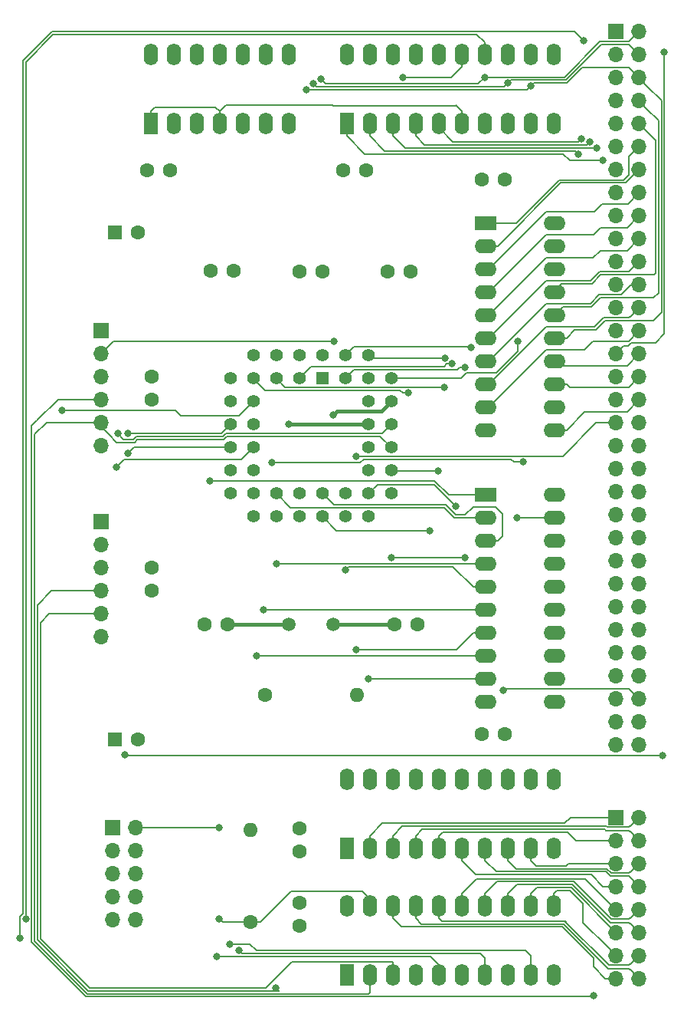
<source format=gbr>
G04 #@! TF.GenerationSoftware,KiCad,Pcbnew,(5.1.5-0-10_14)*
G04 #@! TF.CreationDate,2021-03-01T23:13:27+00:00*
G04 #@! TF.ProjectId,mc68681-basic,6d633638-3638-4312-9d62-617369632e6b,rev?*
G04 #@! TF.SameCoordinates,Original*
G04 #@! TF.FileFunction,Copper,L4,Bot*
G04 #@! TF.FilePolarity,Positive*
%FSLAX46Y46*%
G04 Gerber Fmt 4.6, Leading zero omitted, Abs format (unit mm)*
G04 Created by KiCad (PCBNEW (5.1.5-0-10_14)) date 2021-03-01 23:13:27*
%MOMM*%
%LPD*%
G04 APERTURE LIST*
%ADD10O,1.600000X2.400000*%
%ADD11R,1.600000X2.400000*%
%ADD12C,1.500000*%
%ADD13O,1.700000X1.700000*%
%ADD14R,1.700000X1.700000*%
%ADD15O,1.600000X1.600000*%
%ADD16C,1.600000*%
%ADD17C,1.422400*%
%ADD18R,1.422400X1.422400*%
%ADD19C,1.600200*%
%ADD20O,2.400000X1.600000*%
%ADD21R,2.400000X1.600000*%
%ADD22R,1.600000X1.600000*%
%ADD23C,0.800000*%
%ADD24C,0.400000*%
%ADD25C,0.150000*%
G04 APERTURE END LIST*
D10*
X88700000Y-51430000D03*
X111560000Y-59050000D03*
X91240000Y-51430000D03*
X109020000Y-59050000D03*
X93780000Y-51430000D03*
X106480000Y-59050000D03*
X96320000Y-51430000D03*
X103940000Y-59050000D03*
X98860000Y-51430000D03*
X101400000Y-59050000D03*
X101400000Y-51430000D03*
X98860000Y-59050000D03*
X103940000Y-51430000D03*
X96320000Y-59050000D03*
X106480000Y-51430000D03*
X93780000Y-59050000D03*
X109020000Y-51430000D03*
X91240000Y-59050000D03*
X111560000Y-51430000D03*
D11*
X88700000Y-59050000D03*
D12*
X87150000Y-114340000D03*
X82270000Y-114340000D03*
D13*
X65360000Y-146890000D03*
X62820000Y-146890000D03*
X65360000Y-144350000D03*
X62820000Y-144350000D03*
X65360000Y-141810000D03*
X62820000Y-141810000D03*
X65360000Y-139270000D03*
X62820000Y-139270000D03*
X65360000Y-136730000D03*
D14*
X62820000Y-136730000D03*
D15*
X89800000Y-122120000D03*
D16*
X79640000Y-122120000D03*
D17*
X93610000Y-87156350D03*
X93610000Y-89696350D03*
X93610000Y-92236350D03*
X93610000Y-94776350D03*
X93610000Y-97316350D03*
X91070000Y-84616350D03*
X91070000Y-89696350D03*
X91070000Y-92236350D03*
X91070000Y-94776350D03*
X91070000Y-97316350D03*
X91070000Y-99856350D03*
X91070000Y-102396350D03*
X88530000Y-102396350D03*
X85990000Y-102396350D03*
X83450000Y-102396350D03*
X80910000Y-102396350D03*
X78370000Y-102396350D03*
X93610000Y-99856350D03*
X88530000Y-99856350D03*
X85990000Y-99856350D03*
X83450000Y-99856350D03*
X80910000Y-99856350D03*
X78370000Y-99856350D03*
X75830000Y-99856350D03*
X75830000Y-97316350D03*
X75830000Y-94776350D03*
X75830000Y-92236350D03*
X75830000Y-89696350D03*
X75830000Y-87156350D03*
X78370000Y-97316350D03*
X78370000Y-94776350D03*
X78370000Y-92236350D03*
X78370000Y-89696350D03*
X78370000Y-87156350D03*
X88530000Y-84616350D03*
X85990000Y-84616350D03*
X78370000Y-84616350D03*
X80910000Y-84616350D03*
X83450000Y-84616350D03*
X91070000Y-87156350D03*
X88530000Y-87156350D03*
X80910000Y-87156350D03*
X83450000Y-87156350D03*
D18*
X85990000Y-87156350D03*
D10*
X88700000Y-131380000D03*
X111560000Y-139000000D03*
X91240000Y-131380000D03*
X109020000Y-139000000D03*
X93780000Y-131380000D03*
X106480000Y-139000000D03*
X96320000Y-131380000D03*
X103940000Y-139000000D03*
X98860000Y-131380000D03*
X101400000Y-139000000D03*
X101400000Y-131380000D03*
X98860000Y-139000000D03*
X103940000Y-131380000D03*
X96320000Y-139000000D03*
X106480000Y-131380000D03*
X93780000Y-139000000D03*
X109020000Y-131380000D03*
X91240000Y-139000000D03*
X111560000Y-131380000D03*
D11*
X88700000Y-139000000D03*
D19*
X93235800Y-75355000D03*
X95775800Y-75355000D03*
X67100000Y-108080000D03*
X67100000Y-110620000D03*
X83450000Y-75355000D03*
X85990000Y-75355000D03*
X103644200Y-126450000D03*
X106184200Y-126450000D03*
X83500000Y-145044200D03*
X83500000Y-147584200D03*
X83500000Y-136815800D03*
X83500000Y-139355800D03*
X67100000Y-86920000D03*
X67100000Y-89460000D03*
X73664200Y-75280000D03*
X76204200Y-75280000D03*
X93920000Y-114340000D03*
X96460000Y-114340000D03*
X106184200Y-65175000D03*
X103644200Y-65175000D03*
X72980000Y-114340000D03*
X75520000Y-114340000D03*
X66594200Y-64200000D03*
X69134200Y-64200000D03*
X88294200Y-64200000D03*
X90834200Y-64200000D03*
D15*
X78025000Y-137015000D03*
D16*
X78025000Y-147175000D03*
D13*
X61550000Y-115700000D03*
X61550000Y-113160000D03*
X61550000Y-110620000D03*
X61550000Y-108080000D03*
X61550000Y-105540000D03*
D14*
X61550000Y-103000000D03*
D13*
X61550000Y-94540000D03*
X61550000Y-92000000D03*
X61550000Y-89460000D03*
X61550000Y-86920000D03*
X61550000Y-84380000D03*
D14*
X61550000Y-81840000D03*
D13*
X121000000Y-153380000D03*
X118460000Y-153380000D03*
X121000000Y-150840000D03*
X118460000Y-150840000D03*
X121000000Y-148300000D03*
X118460000Y-148300000D03*
X121000000Y-145760000D03*
X118460000Y-145760000D03*
X121000000Y-143220000D03*
X118460000Y-143220000D03*
X121000000Y-140680000D03*
X118460000Y-140680000D03*
X121000000Y-138140000D03*
X118460000Y-138140000D03*
X121000000Y-135600000D03*
D14*
X118460000Y-135600000D03*
D13*
X121000000Y-127640000D03*
X118460000Y-127640000D03*
X121000000Y-125100000D03*
X118460000Y-125100000D03*
X121000000Y-122560000D03*
X118460000Y-122560000D03*
X121000000Y-120020000D03*
X118460000Y-120020000D03*
X121000000Y-117480000D03*
X118460000Y-117480000D03*
X121000000Y-114940000D03*
X118460000Y-114940000D03*
X121000000Y-112400000D03*
X118460000Y-112400000D03*
X121000000Y-109860000D03*
X118460000Y-109860000D03*
X121000000Y-107320000D03*
X118460000Y-107320000D03*
X121000000Y-104780000D03*
X118460000Y-104780000D03*
X121000000Y-102240000D03*
X118460000Y-102240000D03*
X121000000Y-99700000D03*
X118460000Y-99700000D03*
X121000000Y-97160000D03*
X118460000Y-97160000D03*
X121000000Y-94620000D03*
X118460000Y-94620000D03*
X121000000Y-92080000D03*
X118460000Y-92080000D03*
X121000000Y-89540000D03*
X118460000Y-89540000D03*
X121000000Y-87000000D03*
X118460000Y-87000000D03*
X121000000Y-84460000D03*
X118460000Y-84460000D03*
X121000000Y-81920000D03*
X118460000Y-81920000D03*
X121000000Y-79380000D03*
X118460000Y-79380000D03*
X121000000Y-76840000D03*
X118460000Y-76840000D03*
X121000000Y-74300000D03*
X118460000Y-74300000D03*
X121000000Y-71760000D03*
X118460000Y-71760000D03*
X121000000Y-69220000D03*
X118460000Y-69220000D03*
X121000000Y-66680000D03*
X118460000Y-66680000D03*
X121000000Y-64140000D03*
X118460000Y-64140000D03*
X121000000Y-61600000D03*
X118460000Y-61600000D03*
X121000000Y-59060000D03*
X118460000Y-59060000D03*
X121000000Y-56520000D03*
X118460000Y-56520000D03*
X121000000Y-53980000D03*
X118460000Y-53980000D03*
X121000000Y-51440000D03*
X118460000Y-51440000D03*
X121000000Y-48900000D03*
D14*
X118460000Y-48900000D03*
D20*
X111620000Y-70000000D03*
X104000000Y-92860000D03*
X111620000Y-72540000D03*
X104000000Y-90320000D03*
X111620000Y-75080000D03*
X104000000Y-87780000D03*
X111620000Y-77620000D03*
X104000000Y-85240000D03*
X111620000Y-80160000D03*
X104000000Y-82700000D03*
X111620000Y-82700000D03*
X104000000Y-80160000D03*
X111620000Y-85240000D03*
X104000000Y-77620000D03*
X111620000Y-87780000D03*
X104000000Y-75080000D03*
X111620000Y-90320000D03*
X104000000Y-72540000D03*
X111620000Y-92860000D03*
D21*
X104000000Y-70000000D03*
D10*
X67000000Y-51430000D03*
X82240000Y-59050000D03*
X69540000Y-51430000D03*
X79700000Y-59050000D03*
X72080000Y-51430000D03*
X77160000Y-59050000D03*
X74620000Y-51430000D03*
X74620000Y-59050000D03*
X77160000Y-51430000D03*
X72080000Y-59050000D03*
X79700000Y-51430000D03*
X69540000Y-59050000D03*
X82240000Y-51430000D03*
D11*
X67000000Y-59050000D03*
D10*
X88700000Y-145380000D03*
X111560000Y-153000000D03*
X91240000Y-145380000D03*
X109020000Y-153000000D03*
X93780000Y-145380000D03*
X106480000Y-153000000D03*
X96320000Y-145380000D03*
X103940000Y-153000000D03*
X98860000Y-145380000D03*
X101400000Y-153000000D03*
X101400000Y-145380000D03*
X98860000Y-153000000D03*
X103940000Y-145380000D03*
X96320000Y-153000000D03*
X106480000Y-145380000D03*
X93780000Y-153000000D03*
X109020000Y-145380000D03*
X91240000Y-153000000D03*
X111560000Y-145380000D03*
D11*
X88700000Y-153000000D03*
D20*
X111620000Y-100000000D03*
X104000000Y-122860000D03*
X111620000Y-102540000D03*
X104000000Y-120320000D03*
X111620000Y-105080000D03*
X104000000Y-117780000D03*
X111620000Y-107620000D03*
X104000000Y-115240000D03*
X111620000Y-110160000D03*
X104000000Y-112700000D03*
X111620000Y-112700000D03*
X104000000Y-110160000D03*
X111620000Y-115240000D03*
X104000000Y-107620000D03*
X111620000Y-117780000D03*
X104000000Y-105080000D03*
X111620000Y-120320000D03*
X104000000Y-102540000D03*
X111620000Y-122860000D03*
D21*
X104000000Y-100000000D03*
D16*
X65592621Y-127000000D03*
D22*
X63092621Y-127000000D03*
D16*
X65592621Y-71000000D03*
D22*
X63092621Y-71000000D03*
D23*
X87170000Y-91190000D03*
X101738436Y-85905872D03*
X102410000Y-83730000D03*
X80910000Y-107620000D03*
X79470000Y-112690000D03*
X99554903Y-84926493D03*
X78750000Y-117790000D03*
X107572298Y-83022298D03*
X107550000Y-102500000D03*
X75790000Y-149590000D03*
X89700000Y-95740000D03*
X76790000Y-150325000D03*
X74290000Y-150980000D03*
X63199999Y-96970000D03*
X115975000Y-155325000D03*
X63370000Y-93250000D03*
X64500000Y-95450000D03*
X64525000Y-93225000D03*
X80875000Y-154424990D03*
X87240000Y-83040000D03*
X57210000Y-90710000D03*
X98810000Y-97340000D03*
X106000000Y-121575000D03*
X73530000Y-98460000D03*
X100747937Y-101267937D03*
X95470000Y-88767551D03*
X101750030Y-106970000D03*
X93630000Y-106970000D03*
X108222298Y-96387551D03*
X80430000Y-96460000D03*
X91080000Y-120330000D03*
X109020000Y-54875010D03*
X84190000Y-55270000D03*
X89740000Y-117070000D03*
X99460000Y-88120000D03*
X88540000Y-108270000D03*
X106480000Y-54550000D03*
X85006047Y-54625009D03*
X100320000Y-85545149D03*
X97820000Y-103960000D03*
X103930000Y-53900000D03*
X85844796Y-54127889D03*
X74584301Y-146790000D03*
X74570000Y-136730000D03*
X123800000Y-51125000D03*
X114583376Y-60700010D03*
X52560000Y-148910000D03*
X114850000Y-49890000D03*
X115536612Y-61050020D03*
X116300000Y-61725000D03*
X114275000Y-62375020D03*
X116950000Y-63125000D03*
X123600000Y-128750000D03*
X64170000Y-128730000D03*
X94920000Y-53974989D03*
X53200000Y-146860000D03*
X82310000Y-92230000D03*
D24*
X87150000Y-114340000D02*
X93920000Y-114340000D01*
X92516349Y-90790001D02*
X92898801Y-90407549D01*
X92898801Y-90407549D02*
X93610000Y-89696350D01*
X87569999Y-90790001D02*
X92516349Y-90790001D01*
X87170000Y-91190000D02*
X87569999Y-90790001D01*
D25*
X89491201Y-86195149D02*
X88530000Y-87156350D01*
X100883474Y-86195149D02*
X89491201Y-86195149D01*
X101172751Y-85905872D02*
X100883474Y-86195149D01*
X101738436Y-85905872D02*
X101172751Y-85905872D01*
X82488799Y-101435149D02*
X80910000Y-99856350D01*
X99464782Y-101435149D02*
X82488799Y-101435149D01*
X100569632Y-102540000D02*
X99464782Y-101435149D01*
X104000000Y-102540000D02*
X100569632Y-102540000D01*
X102335149Y-83655149D02*
X102410000Y-83730000D01*
X89491201Y-83655149D02*
X102335149Y-83655149D01*
X88530000Y-84616350D02*
X89491201Y-83655149D01*
X104000000Y-107620000D02*
X89295000Y-107620000D01*
X89295000Y-107620000D02*
X80910000Y-107620000D01*
X79480000Y-112700000D02*
X79470000Y-112690000D01*
X104000000Y-112700000D02*
X79480000Y-112700000D01*
X91073650Y-84620000D02*
X91070000Y-84616350D01*
X91380143Y-84926493D02*
X91070000Y-84616350D01*
X99554903Y-84926493D02*
X91380143Y-84926493D01*
X78760000Y-117780000D02*
X78750000Y-117790000D01*
X104000000Y-117780000D02*
X78760000Y-117780000D01*
X111580000Y-102500000D02*
X111620000Y-102540000D01*
X107550000Y-102500000D02*
X111580000Y-102500000D01*
X105190368Y-86530000D02*
X101920000Y-86530000D01*
X101920000Y-86530000D02*
X101293650Y-87156350D01*
X107572298Y-84148070D02*
X105190368Y-86530000D01*
X101293650Y-87156350D02*
X93610000Y-87156350D01*
X107572298Y-83022298D02*
X107572298Y-84148070D01*
X109020000Y-150895000D02*
X109020000Y-153600000D01*
X108449980Y-150324980D02*
X109020000Y-150895000D01*
X78724980Y-150324980D02*
X108449980Y-150324980D01*
X77990000Y-149590000D02*
X78724980Y-150324980D01*
X75790000Y-149590000D02*
X77990000Y-149590000D01*
X116344998Y-92080000D02*
X118460000Y-92080000D01*
X116344998Y-92080000D02*
X116210000Y-92080000D01*
X112552449Y-95737551D02*
X90472449Y-95737551D01*
X116210000Y-92080000D02*
X112552449Y-95737551D01*
X90470000Y-95740000D02*
X89700000Y-95740000D01*
X90472449Y-95737551D02*
X90470000Y-95740000D01*
X103424990Y-150649990D02*
X103940000Y-151165000D01*
X103940000Y-151165000D02*
X103940000Y-153600000D01*
X77525000Y-150649990D02*
X103424990Y-150649990D01*
X77114990Y-150649990D02*
X76790000Y-150325000D01*
X77525000Y-150649990D02*
X77114990Y-150649990D01*
X75850000Y-150975000D02*
X97975000Y-150975000D01*
X98860000Y-151860000D02*
X98860000Y-153600000D01*
X97975000Y-150975000D02*
X98860000Y-151860000D01*
X75845000Y-150980000D02*
X74290000Y-150980000D01*
X75850000Y-150975000D02*
X75845000Y-150980000D01*
X64069998Y-96100001D02*
X63199999Y-96970000D01*
X77046349Y-96100001D02*
X64069998Y-96100001D01*
X78370000Y-94776350D02*
X77046349Y-96100001D01*
X61550000Y-89460000D02*
X56790000Y-89460000D01*
X56790000Y-89460000D02*
X54450000Y-91800000D01*
X54450000Y-91800000D02*
X53850000Y-92400000D01*
X53850000Y-92400000D02*
X53850000Y-104975000D01*
X53850000Y-104975000D02*
X53850000Y-142075000D01*
X53850000Y-149394870D02*
X59855130Y-155400000D01*
X53850000Y-142075000D02*
X53850000Y-149394870D01*
X115900000Y-155400000D02*
X115975000Y-155325000D01*
X59855130Y-155400000D02*
X115900000Y-155400000D01*
X93610000Y-92236350D02*
X92646350Y-93200000D01*
X75325982Y-93200000D02*
X74975973Y-93550010D01*
X92646350Y-93200000D02*
X75325982Y-93200000D01*
X74975973Y-93550010D02*
X67700000Y-93550010D01*
X67700000Y-93550010D02*
X65419990Y-93550010D01*
X65094999Y-93875001D02*
X63995001Y-93875001D01*
X63995001Y-93875001D02*
X63370000Y-93250000D01*
X65419990Y-93550010D02*
X65094999Y-93875001D01*
X93780000Y-151650000D02*
X93780000Y-153000000D01*
X93679990Y-151549990D02*
X93780000Y-151650000D01*
X82625010Y-151549990D02*
X93679990Y-151549990D01*
X79750030Y-154424970D02*
X82625010Y-151549990D01*
X54825030Y-114149970D02*
X54825030Y-148991004D01*
X60258996Y-154424970D02*
X79750030Y-154424970D01*
X54825030Y-148991004D02*
X60258996Y-154424970D01*
X55815000Y-113160000D02*
X54825030Y-114149970D01*
X61550000Y-113160000D02*
X55815000Y-113160000D01*
X65173650Y-94776350D02*
X64500000Y-95450000D01*
X75830000Y-94776350D02*
X65173650Y-94776350D01*
X55525000Y-92000000D02*
X54175010Y-93349990D01*
X59989752Y-155074990D02*
X91115010Y-155074990D01*
X54175010Y-149260248D02*
X59989752Y-155074990D01*
X91115010Y-155074990D02*
X91240000Y-154950000D01*
X54175010Y-93349990D02*
X54175010Y-149260248D01*
X91240000Y-154950000D02*
X91240000Y-153600000D01*
X61550000Y-92000000D02*
X55525000Y-92000000D01*
X93610000Y-94776350D02*
X92358660Y-93525010D01*
X75460606Y-93525010D02*
X75110596Y-93875020D01*
X92358660Y-93525010D02*
X75460606Y-93525010D01*
X65554612Y-93875020D02*
X65229622Y-94200011D01*
X65229622Y-94200011D02*
X63270011Y-94200011D01*
X75110596Y-93875020D02*
X65554612Y-93875020D01*
X63270011Y-94200011D02*
X62399999Y-93329999D01*
X61550000Y-92480000D02*
X61550000Y-92000000D01*
X62399999Y-93329999D02*
X61550000Y-92480000D01*
X61550000Y-110620000D02*
X56055000Y-110620000D01*
X56055000Y-110620000D02*
X54500020Y-112174980D01*
X54500020Y-140224980D02*
X54500020Y-149125626D01*
X54500020Y-112174980D02*
X54500020Y-140224980D01*
X54500020Y-140224980D02*
X54500020Y-140350020D01*
X54500020Y-149125626D02*
X60124374Y-154749980D01*
X81199990Y-154749980D02*
X80875000Y-154424990D01*
X60124374Y-154749980D02*
X81199990Y-154749980D01*
X74841350Y-93225000D02*
X75830000Y-92236350D01*
X64525000Y-93225000D02*
X74841350Y-93225000D01*
X62890000Y-83040000D02*
X87240000Y-83040000D01*
X61550000Y-84380000D02*
X62890000Y-83040000D01*
X78370000Y-89696350D02*
X76791201Y-91275149D01*
X76791201Y-91275149D02*
X70334851Y-91275149D01*
X70334851Y-91275149D02*
X69749702Y-90690000D01*
X57230000Y-90690000D02*
X57210000Y-90710000D01*
X69749702Y-90690000D02*
X57230000Y-90690000D01*
X93633650Y-97340000D02*
X93610000Y-97316350D01*
X98810000Y-97340000D02*
X93633650Y-97340000D01*
X106115001Y-121459999D02*
X106000000Y-121575000D01*
X119899999Y-121459999D02*
X106115001Y-121459999D01*
X121000000Y-122560000D02*
X119899999Y-121459999D01*
X104000000Y-100000000D02*
X99939632Y-100000000D01*
X98399633Y-98460000D02*
X73530000Y-98460000D01*
X99939632Y-100000000D02*
X98399633Y-98460000D01*
X100747937Y-101267937D02*
X98340000Y-98860000D01*
X92066350Y-98860000D02*
X91070000Y-99856350D01*
X98340000Y-98860000D02*
X92066350Y-98860000D01*
X94904315Y-88767551D02*
X94579325Y-88442561D01*
X79081199Y-87867549D02*
X78370000Y-87156350D01*
X79656211Y-88442561D02*
X79081199Y-87867549D01*
X94579325Y-88442561D02*
X79656211Y-88442561D01*
X95470000Y-88767551D02*
X94904315Y-88767551D01*
X101750030Y-106970000D02*
X93630000Y-106970000D01*
X111690000Y-80160000D02*
X111620000Y-80160000D01*
X115734623Y-79250010D02*
X112599990Y-79250010D01*
X112599990Y-79250010D02*
X111690000Y-80160000D01*
X116719621Y-78265011D02*
X115734623Y-79250010D01*
X122609989Y-78265011D02*
X116719621Y-78265011D01*
X121849999Y-57369999D02*
X121000000Y-56520000D01*
X123150010Y-58670010D02*
X121849999Y-57369999D01*
X123150010Y-77724990D02*
X123150010Y-58670010D01*
X122609989Y-78265011D02*
X123150010Y-77724990D01*
X108222298Y-96387551D02*
X107184990Y-96387551D01*
X90607072Y-96062561D02*
X90189633Y-96480000D01*
X106860000Y-96062561D02*
X90607072Y-96062561D01*
X90189633Y-96480000D02*
X80520000Y-96480000D01*
X80500000Y-96460000D02*
X80430000Y-96460000D01*
X80520000Y-96480000D02*
X80500000Y-96460000D01*
X107184990Y-96387551D02*
X106860000Y-96062561D01*
X104000000Y-120320000D02*
X102650000Y-120320000D01*
X91090000Y-120320000D02*
X91080000Y-120330000D01*
X104000000Y-120320000D02*
X91090000Y-120320000D01*
X112970000Y-82700000D02*
X113869990Y-81800010D01*
X111620000Y-82700000D02*
X112970000Y-82700000D01*
X117229622Y-80805011D02*
X122544989Y-80805011D01*
X116234623Y-81800010D02*
X117229622Y-80805011D01*
X113869990Y-81800010D02*
X116234623Y-81800010D01*
X121849999Y-54829999D02*
X121000000Y-53980000D01*
X123475020Y-56455020D02*
X121849999Y-54829999D01*
X123475020Y-79874980D02*
X123475020Y-56455020D01*
X122544989Y-80805011D02*
X123475020Y-79874980D01*
X119899999Y-52879999D02*
X114714267Y-52879999D01*
X121000000Y-53980000D02*
X119899999Y-52879999D01*
X112830018Y-54550018D02*
X112830010Y-54550010D01*
X113044248Y-54550018D02*
X112830018Y-54550018D01*
X114714267Y-52879999D02*
X113044248Y-54550018D01*
X112830010Y-54550010D02*
X112169990Y-54550010D01*
X109345000Y-54550010D02*
X109020000Y-54875010D01*
X112169990Y-54550010D02*
X109345000Y-54550010D01*
X108620001Y-55275009D02*
X84195009Y-55275009D01*
X84195009Y-55275009D02*
X84190000Y-55270000D01*
X109020000Y-54875010D02*
X108620001Y-55275009D01*
X100820000Y-117070000D02*
X89740000Y-117070000D01*
X102650000Y-115240000D02*
X100820000Y-117070000D01*
X104000000Y-115240000D02*
X102650000Y-115240000D01*
X80910000Y-87156350D02*
X81871201Y-88117551D01*
X81871201Y-88117551D02*
X95972449Y-88117551D01*
X95974898Y-88120000D02*
X95972449Y-88117551D01*
X99460000Y-88120000D02*
X95974898Y-88120000D01*
X102650000Y-110160000D02*
X100435010Y-107945010D01*
X104000000Y-110160000D02*
X102650000Y-110160000D01*
X100435010Y-107945010D02*
X89974990Y-107945010D01*
X88864990Y-107945010D02*
X88540000Y-108270000D01*
X89974990Y-107945010D02*
X88864990Y-107945010D01*
X112909634Y-54225000D02*
X116809623Y-50325011D01*
X111284623Y-54225010D02*
X111284633Y-54225000D01*
X111284633Y-54225000D02*
X112909634Y-54225000D01*
X119885011Y-50325011D02*
X121000000Y-51440000D01*
X116809623Y-50325011D02*
X119885011Y-50325011D01*
X111284623Y-54225010D02*
X109954990Y-54225010D01*
X106804990Y-54225010D02*
X106480000Y-54550000D01*
X109954990Y-54225010D02*
X106804990Y-54225010D01*
X106480000Y-54550000D02*
X106080001Y-54949999D01*
X85331037Y-54949999D02*
X85006047Y-54625009D01*
X106080001Y-54949999D02*
X85331037Y-54949999D01*
X105350000Y-105080000D02*
X105890000Y-104540000D01*
X104000000Y-105080000D02*
X105350000Y-105080000D01*
X105890000Y-104540000D02*
X105890000Y-102080000D01*
X105890000Y-102080000D02*
X105130000Y-101320000D01*
X105130000Y-101320000D02*
X102670000Y-101320000D01*
X102670000Y-101320000D02*
X101775010Y-102214990D01*
X100704254Y-102214990D02*
X99599405Y-101110139D01*
X101775010Y-102214990D02*
X100704254Y-102214990D01*
X87243789Y-101110139D02*
X85990000Y-99856350D01*
X99599405Y-101110139D02*
X87243789Y-101110139D01*
X99429325Y-85870139D02*
X84736211Y-85870139D01*
X84736211Y-85870139D02*
X83450000Y-87156350D01*
X99754315Y-85545149D02*
X99429325Y-85870139D01*
X100320000Y-85545149D02*
X99754315Y-85545149D01*
X101400000Y-57700000D02*
X100725000Y-57025000D01*
X101400000Y-59050000D02*
X101400000Y-57700000D01*
X74620000Y-57700000D02*
X74620000Y-59050000D01*
X75295000Y-57025000D02*
X74620000Y-57700000D01*
X74620000Y-57700000D02*
X74145000Y-57225000D01*
X67000000Y-57700000D02*
X67000000Y-59050000D01*
X67475000Y-57225000D02*
X67000000Y-57700000D01*
X74145000Y-57225000D02*
X67475000Y-57225000D01*
X100720000Y-57030000D02*
X100725000Y-57025000D01*
X87230000Y-57030000D02*
X100720000Y-57030000D01*
X87225000Y-57025000D02*
X87230000Y-57030000D01*
X75295000Y-57025000D02*
X87225000Y-57025000D01*
X87553650Y-103960000D02*
X97820000Y-103960000D01*
X85990000Y-102396350D02*
X87553650Y-103960000D01*
X112775002Y-53900000D02*
X107740000Y-53900000D01*
X119899999Y-50000001D02*
X116675001Y-50000001D01*
X116675001Y-50000001D02*
X112775002Y-53900000D01*
X121000000Y-48900000D02*
X119899999Y-50000001D01*
X107740000Y-53900000D02*
X103930000Y-53900000D01*
X103930000Y-53900000D02*
X103205011Y-54624989D01*
X103205011Y-54624989D02*
X100610000Y-54624989D01*
X86341896Y-54624989D02*
X85844796Y-54127889D01*
X100610000Y-54624989D02*
X86341896Y-54624989D01*
X91240000Y-144630000D02*
X91240000Y-145980000D01*
X90385000Y-143775000D02*
X91240000Y-144630000D01*
X75200000Y-147175000D02*
X78025000Y-147175000D01*
X82556370Y-143775000D02*
X90385000Y-143775000D01*
X79156370Y-147175000D02*
X82556370Y-143775000D01*
X78025000Y-147175000D02*
X79156370Y-147175000D01*
X74969301Y-147175000D02*
X74584301Y-146790000D01*
X75200000Y-147175000D02*
X74969301Y-147175000D01*
X74004315Y-136730000D02*
X65360000Y-136730000D01*
X74570000Y-136730000D02*
X74004315Y-136730000D01*
X93780000Y-146730000D02*
X93780000Y-145380000D01*
X94750020Y-147700020D02*
X93780000Y-146730000D01*
X115975000Y-151144264D02*
X112530756Y-147700020D01*
X115975000Y-152097081D02*
X115975000Y-151144264D01*
X117257919Y-153380000D02*
X115975000Y-152097081D01*
X112530756Y-147700020D02*
X94750020Y-147700020D01*
X118460000Y-153380000D02*
X117257919Y-153380000D01*
X96320000Y-145380000D02*
X96320000Y-146730000D01*
X117570367Y-152279999D02*
X119899999Y-152279999D01*
X119899999Y-152279999D02*
X120150001Y-152530001D01*
X112665378Y-147375010D02*
X117570367Y-152279999D01*
X120150001Y-152530001D02*
X121000000Y-153380000D01*
X96965010Y-147375010D02*
X112665378Y-147375010D01*
X96320000Y-146730000D02*
X96965010Y-147375010D01*
X98860000Y-146730000D02*
X99180000Y-147050000D01*
X98860000Y-145380000D02*
X98860000Y-146730000D01*
X120150001Y-151689999D02*
X121000000Y-150840000D01*
X119899999Y-151940001D02*
X120150001Y-151689999D01*
X112800000Y-147050000D02*
X117690001Y-151940001D01*
X99180000Y-147050000D02*
X112800000Y-147050000D01*
X117690001Y-151940001D02*
X119899999Y-151940001D01*
X112800000Y-147050000D02*
X112925000Y-147050000D01*
X115074960Y-142374960D02*
X118460000Y-145760000D01*
X103055040Y-142374960D02*
X115074960Y-142374960D01*
X101400000Y-144030000D02*
X103055040Y-142374960D01*
X101400000Y-145380000D02*
X101400000Y-144030000D01*
X120150001Y-146609999D02*
X121000000Y-145760000D01*
X119899999Y-146860001D02*
X120150001Y-146609999D01*
X117931999Y-146860001D02*
X119899999Y-146860001D01*
X113771968Y-142699970D02*
X117931999Y-146860001D01*
X103940000Y-144030000D02*
X105270030Y-142699970D01*
X105270030Y-142699970D02*
X113771968Y-142699970D01*
X103940000Y-145380000D02*
X103940000Y-144030000D01*
X120150001Y-147450001D02*
X121000000Y-148300000D01*
X119899999Y-147199999D02*
X120150001Y-147450001D01*
X106480000Y-144030000D02*
X107485020Y-143024980D01*
X117812365Y-147199999D02*
X119899999Y-147199999D01*
X106480000Y-145380000D02*
X106480000Y-144030000D01*
X113637346Y-143024980D02*
X117812365Y-147199999D01*
X107485020Y-143024980D02*
X113637346Y-143024980D01*
X113502724Y-143349990D02*
X118452734Y-148300000D01*
X118452734Y-148300000D02*
X118460000Y-148300000D01*
X109700010Y-143349990D02*
X113502724Y-143349990D01*
X109020000Y-144030000D02*
X109700010Y-143349990D01*
X109020000Y-145380000D02*
X109020000Y-144030000D01*
X117610001Y-149990001D02*
X118460000Y-150840000D01*
X114825000Y-147205000D02*
X117610001Y-149990001D01*
X114825000Y-145150000D02*
X114825000Y-147205000D01*
X113350000Y-143675000D02*
X114825000Y-145150000D01*
X111915000Y-143675000D02*
X113350000Y-143675000D01*
X111560000Y-144030000D02*
X111915000Y-143675000D01*
X111560000Y-145380000D02*
X111560000Y-144030000D01*
X119769632Y-83610001D02*
X119309999Y-83610001D01*
X120154633Y-83225000D02*
X119769632Y-83610001D01*
X119309999Y-83610001D02*
X118460000Y-84460000D01*
X122825000Y-83225000D02*
X120154633Y-83225000D01*
X123800030Y-82249970D02*
X122825000Y-83225000D01*
X123800030Y-56320397D02*
X123800030Y-82249970D01*
X123800000Y-56320367D02*
X123800030Y-56320397D01*
X123800000Y-51125000D02*
X123800000Y-56320367D01*
X119874999Y-83045001D02*
X115904999Y-83045001D01*
X121000000Y-81920000D02*
X119874999Y-83045001D01*
X115904999Y-83045001D02*
X114925000Y-84025000D01*
X104400000Y-90320000D02*
X104000000Y-90320000D01*
X110695000Y-84025000D02*
X104400000Y-90320000D01*
X114925000Y-84025000D02*
X110695000Y-84025000D01*
X120150001Y-80229999D02*
X121000000Y-79380000D01*
X117094999Y-80480001D02*
X119899999Y-80480001D01*
X119899999Y-80480001D02*
X120150001Y-80229999D01*
X116100000Y-81475000D02*
X117094999Y-80480001D01*
X110705000Y-81475000D02*
X116100000Y-81475000D01*
X104400000Y-87780000D02*
X110705000Y-81475000D01*
X104000000Y-87780000D02*
X104400000Y-87780000D01*
X122825000Y-60885000D02*
X121000000Y-59060000D01*
X122649989Y-75725011D02*
X122825000Y-75550000D01*
X116759622Y-75725011D02*
X122649989Y-75725011D01*
X122825000Y-75550000D02*
X122825000Y-60885000D01*
X115784623Y-76700010D02*
X116759622Y-75725011D01*
X112449990Y-76700010D02*
X115784623Y-76700010D01*
X111620000Y-77530000D02*
X112449990Y-76700010D01*
X111620000Y-77620000D02*
X111620000Y-77530000D01*
X104000000Y-85240000D02*
X104400000Y-85240000D01*
X104400000Y-85240000D02*
X110715000Y-78925000D01*
X110715000Y-78925000D02*
X115600000Y-78925000D01*
X121000000Y-76840000D02*
X120088002Y-76840000D01*
X116584999Y-77940001D02*
X115600000Y-78925000D01*
X118988001Y-77940001D02*
X116584999Y-77940001D01*
X120088002Y-76840000D02*
X118988001Y-77940001D01*
X119899999Y-75400001D02*
X121000000Y-74300000D01*
X116675001Y-75400001D02*
X119899999Y-75400001D01*
X116650000Y-75375000D02*
X116675001Y-75400001D01*
X110725000Y-76375000D02*
X115650000Y-76375000D01*
X104400000Y-82700000D02*
X110725000Y-76375000D01*
X115650000Y-76375000D02*
X116650000Y-75375000D01*
X104000000Y-82700000D02*
X104400000Y-82700000D01*
X121000000Y-71760000D02*
X119710000Y-73050000D01*
X119710000Y-73050000D02*
X116700000Y-73050000D01*
X116700000Y-73050000D02*
X115875000Y-73875000D01*
X104400000Y-80160000D02*
X104000000Y-80160000D01*
X110685000Y-73875000D02*
X104400000Y-80160000D01*
X115875000Y-73875000D02*
X110685000Y-73875000D01*
X112970000Y-92860000D02*
X114980000Y-90850000D01*
X111620000Y-92860000D02*
X112970000Y-92860000D01*
X119690000Y-90850000D02*
X121000000Y-89540000D01*
X114980000Y-90850000D02*
X119690000Y-90850000D01*
X121000000Y-69220000D02*
X119720000Y-70500000D01*
X119720000Y-70500000D02*
X116775000Y-70500000D01*
X116775000Y-70500000D02*
X116000000Y-71275000D01*
X104400000Y-77620000D02*
X104000000Y-77620000D01*
X110745000Y-71275000D02*
X104400000Y-77620000D01*
X116000000Y-71275000D02*
X110745000Y-71275000D01*
X112970000Y-87780000D02*
X113340000Y-88150000D01*
X111620000Y-87780000D02*
X112970000Y-87780000D01*
X119850000Y-88150000D02*
X121000000Y-87000000D01*
X113340000Y-88150000D02*
X119850000Y-88150000D01*
X121000000Y-66680000D02*
X119780000Y-67900000D01*
X119780000Y-67900000D02*
X116900000Y-67900000D01*
X116900000Y-67900000D02*
X116075000Y-68725000D01*
X104400000Y-75080000D02*
X104000000Y-75080000D01*
X110755000Y-68725000D02*
X104400000Y-75080000D01*
X116075000Y-68725000D02*
X110755000Y-68725000D01*
X112310001Y-65579999D02*
X105350000Y-72540000D01*
X119560001Y-65579999D02*
X112310001Y-65579999D01*
X105350000Y-72540000D02*
X104000000Y-72540000D01*
X121000000Y-64140000D02*
X119560001Y-65579999D01*
X111620000Y-85240000D02*
X112190000Y-85240000D01*
X112190000Y-85240000D02*
X112700000Y-85750000D01*
X119710000Y-85750000D02*
X121000000Y-84460000D01*
X112700000Y-85750000D02*
X119710000Y-85750000D01*
X107350000Y-70000000D02*
X104000000Y-70000000D01*
X119899999Y-62700001D02*
X119899999Y-64650001D01*
X119899999Y-64650001D02*
X119295011Y-65254989D01*
X121000000Y-61600000D02*
X119899999Y-62700001D01*
X107430367Y-70000000D02*
X107350000Y-70000000D01*
X112175378Y-65254989D02*
X107430367Y-70000000D01*
X119295011Y-65254989D02*
X112175378Y-65254989D01*
X98860000Y-59450000D02*
X100435000Y-61025000D01*
X98860000Y-59050000D02*
X98860000Y-59450000D01*
X100435000Y-61025000D02*
X113475000Y-61025000D01*
X114258386Y-61025000D02*
X114583376Y-60700010D01*
X113475000Y-61025000D02*
X114258386Y-61025000D01*
X118455000Y-56525000D02*
X118460000Y-56520000D01*
X52549999Y-148899999D02*
X52549999Y-146547999D01*
X52549999Y-146547999D02*
X52874990Y-146223008D01*
X52560000Y-148910000D02*
X52549999Y-148899999D01*
X52874990Y-146223008D02*
X52874990Y-125970000D01*
X52874990Y-52105377D02*
X54970368Y-50010000D01*
X52874990Y-125970000D02*
X52874990Y-52105377D01*
X54970368Y-50010000D02*
X56105377Y-48874990D01*
X56105377Y-48874990D02*
X78865010Y-48874990D01*
X78865010Y-48874990D02*
X100910000Y-48874990D01*
X113834990Y-48874990D02*
X114850000Y-49890000D01*
X100910000Y-48874990D02*
X113834990Y-48874990D01*
X96320000Y-60400000D02*
X97295010Y-61375010D01*
X96320000Y-59050000D02*
X96320000Y-60400000D01*
X97295010Y-61375010D02*
X100290022Y-61375010D01*
X100290022Y-61375010D02*
X111225000Y-61375010D01*
X115211622Y-61375010D02*
X115536612Y-61050020D01*
X111225000Y-61375010D02*
X115211622Y-61375010D01*
X93780000Y-60400000D02*
X95105020Y-61725020D01*
X93780000Y-59050000D02*
X93780000Y-60400000D01*
X95105020Y-61725020D02*
X100145044Y-61725020D01*
X100145044Y-61725020D02*
X109200000Y-61725020D01*
X116299980Y-61725020D02*
X116300000Y-61725000D01*
X109200000Y-61725020D02*
X116299980Y-61725020D01*
X91240000Y-60400000D02*
X92890030Y-62050030D01*
X91240000Y-59050000D02*
X91240000Y-60400000D01*
X113950010Y-62050030D02*
X114275000Y-62375020D01*
X92890030Y-62050030D02*
X113950010Y-62050030D01*
X88700000Y-59050000D02*
X88700000Y-60400000D01*
X88700000Y-60400000D02*
X90675040Y-62375040D01*
X90675040Y-62375040D02*
X103875040Y-62375040D01*
X103875040Y-62375040D02*
X108050000Y-62375040D01*
X108050000Y-62375040D02*
X111100000Y-62375040D01*
X111100000Y-62375040D02*
X112600040Y-62375040D01*
X113350000Y-63125000D02*
X114999980Y-63125000D01*
X112600040Y-62375040D02*
X113350000Y-63125000D01*
X118230000Y-66450000D02*
X118460000Y-66680000D01*
X114999980Y-63125000D02*
X115900000Y-63125000D01*
X115900000Y-63125000D02*
X116950000Y-63125000D01*
X123575000Y-128775000D02*
X123600000Y-128750000D01*
X72765000Y-128775000D02*
X123575000Y-128775000D01*
X64215000Y-128775000D02*
X64170000Y-128730000D01*
X72765000Y-128775000D02*
X64215000Y-128775000D01*
X109020000Y-140350000D02*
X109620000Y-140950000D01*
X109020000Y-139000000D02*
X109020000Y-140350000D01*
X109620000Y-140950000D02*
X112900000Y-140950000D01*
X113170000Y-140680000D02*
X118460000Y-140680000D01*
X112900000Y-140950000D02*
X113170000Y-140680000D01*
X120150001Y-142370001D02*
X121000000Y-143220000D01*
X103940000Y-139000000D02*
X103940000Y-140350000D01*
X105190020Y-141600020D02*
X117292386Y-141600020D01*
X117797376Y-142105011D02*
X119885011Y-142105011D01*
X117292386Y-141600020D02*
X117797376Y-142105011D01*
X119885011Y-142105011D02*
X120150001Y-142370001D01*
X103940000Y-140350000D02*
X105190020Y-141600020D01*
X117019970Y-143220000D02*
X118460000Y-143220000D01*
X102975030Y-141925030D02*
X115725000Y-141925030D01*
X115725000Y-141925030D02*
X117019970Y-143220000D01*
X101400000Y-140350000D02*
X102975030Y-141925030D01*
X101400000Y-139000000D02*
X101400000Y-140350000D01*
X98860000Y-137650000D02*
X99260000Y-137250000D01*
X98860000Y-139000000D02*
X98860000Y-137650000D01*
X99260000Y-137250000D02*
X113100000Y-137250000D01*
X113990000Y-138140000D02*
X118460000Y-138140000D01*
X113100000Y-137250000D02*
X113990000Y-138140000D01*
X119899999Y-137039999D02*
X120150001Y-137290001D01*
X120150001Y-137290001D02*
X121000000Y-138140000D01*
X97045010Y-136924990D02*
X117225376Y-136924990D01*
X117225376Y-136924990D02*
X117340385Y-137039999D01*
X96320000Y-137650000D02*
X97045010Y-136924990D01*
X117340385Y-137039999D02*
X119899999Y-137039999D01*
X96320000Y-139000000D02*
X96320000Y-137650000D01*
X119899999Y-136700001D02*
X120150001Y-136449999D01*
X117359999Y-136599980D02*
X117460020Y-136700001D01*
X93780000Y-137650000D02*
X94830020Y-136599980D01*
X120150001Y-136449999D02*
X121000000Y-135600000D01*
X117460020Y-136700001D02*
X119899999Y-136700001D01*
X94830020Y-136599980D02*
X117359999Y-136599980D01*
X93780000Y-139000000D02*
X93780000Y-137650000D01*
X113424970Y-135600000D02*
X118460000Y-135600000D01*
X92615030Y-136274970D02*
X112750000Y-136274970D01*
X91240000Y-137650000D02*
X92615030Y-136274970D01*
X112750000Y-136274970D02*
X113424970Y-135600000D01*
X91240000Y-139000000D02*
X91240000Y-137650000D01*
X117931999Y-141780001D02*
X119899999Y-141780001D01*
X107405010Y-141275010D02*
X117427008Y-141275010D01*
X106480000Y-140350000D02*
X107405010Y-141275010D01*
X117427008Y-141275010D02*
X117931999Y-141780001D01*
X120150001Y-141529999D02*
X121000000Y-140680000D01*
X119899999Y-141780001D02*
X120150001Y-141529999D01*
X106480000Y-139000000D02*
X106480000Y-140350000D01*
X101400000Y-52780000D02*
X101400000Y-51430000D01*
X100205011Y-53974989D02*
X101400000Y-52780000D01*
X94920000Y-53974989D02*
X100205011Y-53974989D01*
X103940000Y-50080000D02*
X103060000Y-49200000D01*
X103940000Y-51430000D02*
X103940000Y-50080000D01*
X103060000Y-49200000D02*
X56240000Y-49200000D01*
X53200000Y-52240000D02*
X53200000Y-146860000D01*
X56240000Y-49200000D02*
X53200000Y-52240000D01*
D24*
X75520000Y-114340000D02*
X82270000Y-114340000D01*
X91063650Y-92230000D02*
X91070000Y-92236350D01*
X82310000Y-92230000D02*
X91063650Y-92230000D01*
M02*

</source>
